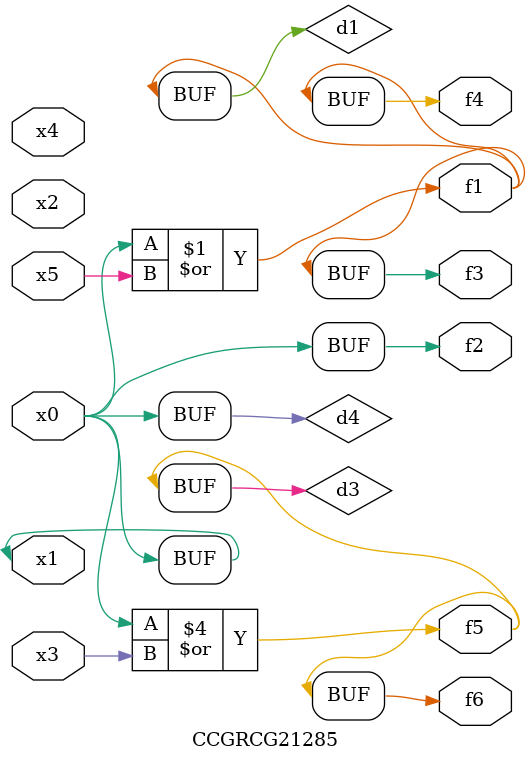
<source format=v>
module CCGRCG21285(
	input x0, x1, x2, x3, x4, x5,
	output f1, f2, f3, f4, f5, f6
);

	wire d1, d2, d3, d4;

	or (d1, x0, x5);
	xnor (d2, x1, x4);
	or (d3, x0, x3);
	buf (d4, x0, x1);
	assign f1 = d1;
	assign f2 = d4;
	assign f3 = d1;
	assign f4 = d1;
	assign f5 = d3;
	assign f6 = d3;
endmodule

</source>
